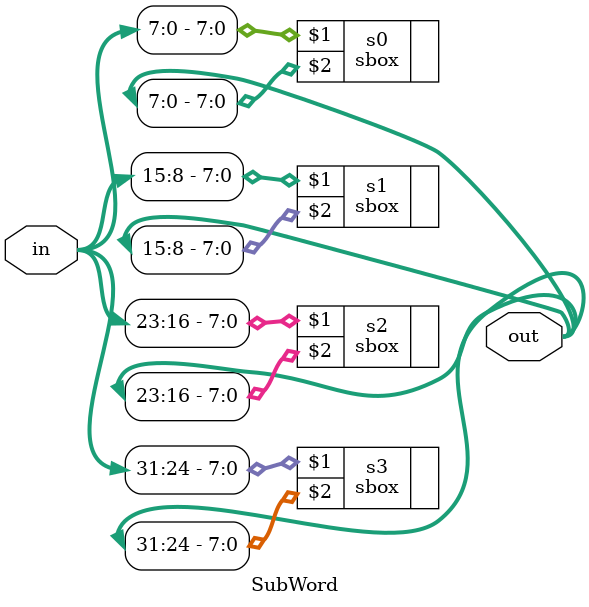
<source format=v>
module SubWord(in,out);
input [31:0]in;
output [31:0]out;
sbox s0(in[7:0],out[7:0]);
sbox s1(in[15:8],out[15:8]);
sbox s2(in[23:16],out[23:16]);
sbox s3(in[31:24],out[31:24]);
endmodule
</source>
